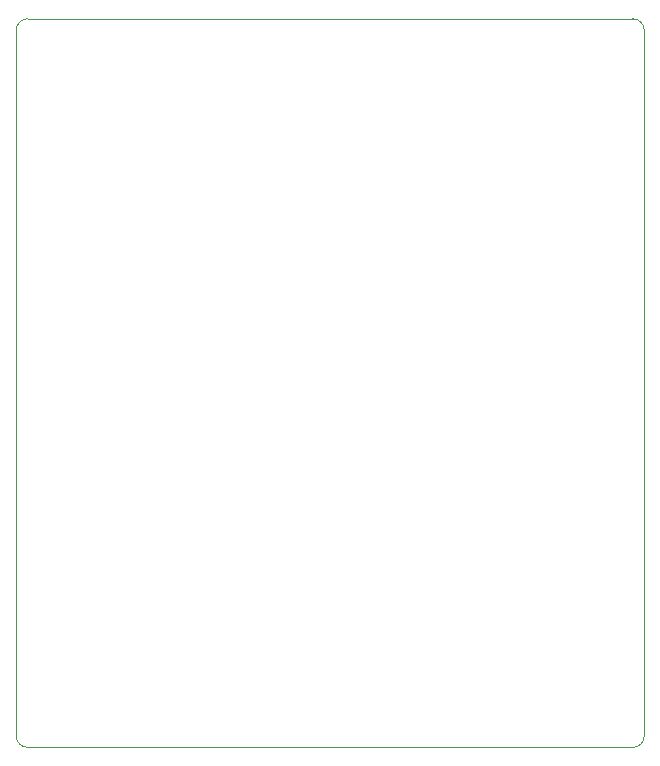
<source format=gbr>
%TF.GenerationSoftware,KiCad,Pcbnew,(5.1.6)-1*%
%TF.CreationDate,2020-07-07T17:24:47-04:00*%
%TF.ProjectId,GalvoDriver,47616c76-6f44-4726-9976-65722e6b6963,rev?*%
%TF.SameCoordinates,Original*%
%TF.FileFunction,Profile,NP*%
%FSLAX46Y46*%
G04 Gerber Fmt 4.6, Leading zero omitted, Abs format (unit mm)*
G04 Created by KiCad (PCBNEW (5.1.6)-1) date 2020-07-07 17:24:47*
%MOMM*%
%LPD*%
G01*
G04 APERTURE LIST*
%TA.AperFunction,Profile*%
%ADD10C,0.050000*%
%TD*%
G04 APERTURE END LIST*
D10*
X88500000Y-34800000D02*
G75*
G02*
X89500000Y-35800000I0J-1000000D01*
G01*
X89500000Y-95500000D02*
G75*
G02*
X88500000Y-96500000I-1000000J0D01*
G01*
X37300000Y-96500000D02*
X88500000Y-96500000D01*
X36300000Y-35800000D02*
X36300000Y-95500000D01*
X88500000Y-34800000D02*
X37300000Y-34800000D01*
X89500000Y-95500000D02*
X89500000Y-35800000D01*
X37300000Y-96500000D02*
G75*
G02*
X36300000Y-95500000I0J1000000D01*
G01*
X36300000Y-35800000D02*
G75*
G02*
X37300000Y-34800000I1000000J0D01*
G01*
M02*

</source>
